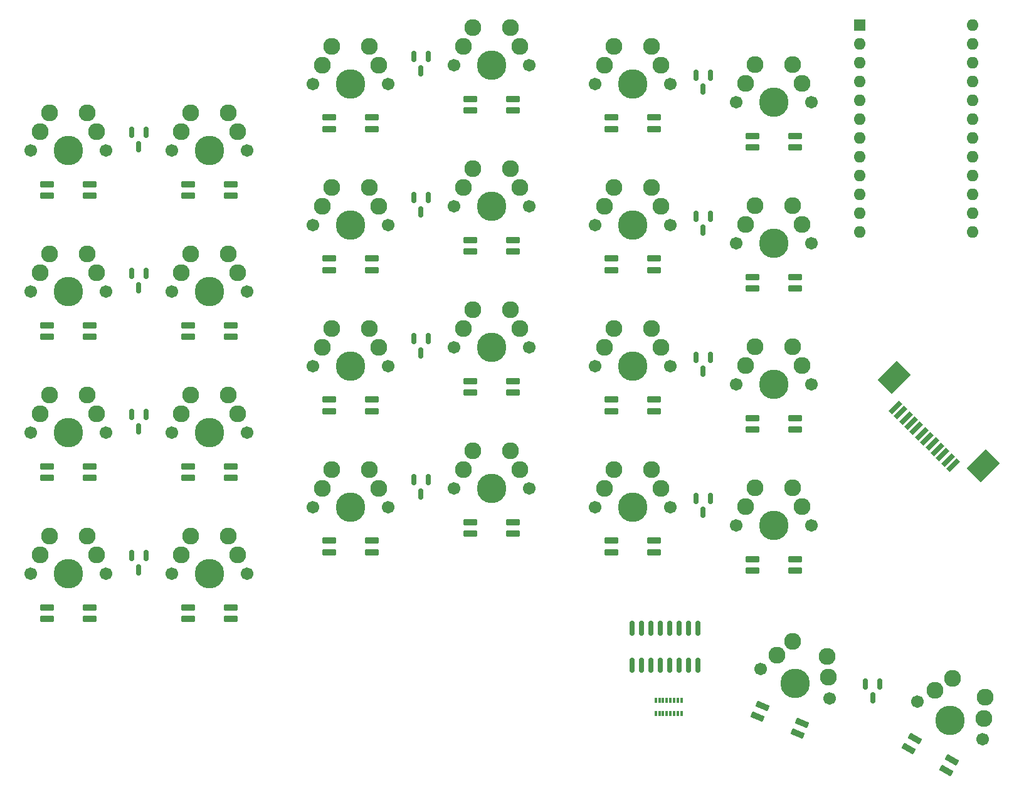
<source format=gbr>
%TF.GenerationSoftware,KiCad,Pcbnew,8.0.8-8.0.8-0~ubuntu22.04.1*%
%TF.CreationDate,2025-02-03T17:59:22-06:00*%
%TF.ProjectId,kbd,6b62642e-6b69-4636-9164-5f7063625858,rev?*%
%TF.SameCoordinates,Original*%
%TF.FileFunction,Soldermask,Top*%
%TF.FilePolarity,Negative*%
%FSLAX46Y46*%
G04 Gerber Fmt 4.6, Leading zero omitted, Abs format (unit mm)*
G04 Created by KiCad (PCBNEW 8.0.8-8.0.8-0~ubuntu22.04.1) date 2025-02-03 17:59:22*
%MOMM*%
%LPD*%
G01*
G04 APERTURE LIST*
G04 Aperture macros list*
%AMRoundRect*
0 Rectangle with rounded corners*
0 $1 Rounding radius*
0 $2 $3 $4 $5 $6 $7 $8 $9 X,Y pos of 4 corners*
0 Add a 4 corners polygon primitive as box body*
4,1,4,$2,$3,$4,$5,$6,$7,$8,$9,$2,$3,0*
0 Add four circle primitives for the rounded corners*
1,1,$1+$1,$2,$3*
1,1,$1+$1,$4,$5*
1,1,$1+$1,$6,$7*
1,1,$1+$1,$8,$9*
0 Add four rect primitives between the rounded corners*
20,1,$1+$1,$2,$3,$4,$5,0*
20,1,$1+$1,$4,$5,$6,$7,0*
20,1,$1+$1,$6,$7,$8,$9,0*
20,1,$1+$1,$8,$9,$2,$3,0*%
%AMRotRect*
0 Rectangle, with rotation*
0 The origin of the aperture is its center*
0 $1 length*
0 $2 width*
0 $3 Rotation angle, in degrees counterclockwise*
0 Add horizontal line*
21,1,$1,$2,0,0,$3*%
G04 Aperture macros list end*
%ADD10RoundRect,0.082000X0.818000X0.328000X-0.818000X0.328000X-0.818000X-0.328000X0.818000X-0.328000X0*%
%ADD11RoundRect,0.082000X-0.818000X-0.328000X0.818000X-0.328000X0.818000X0.328000X-0.818000X0.328000X0*%
%ADD12C,1.701800*%
%ADD13C,3.987800*%
%ADD14C,2.286000*%
%ADD15RoundRect,0.150000X-0.150000X0.850000X-0.150000X-0.850000X0.150000X-0.850000X0.150000X0.850000X0*%
%ADD16RotRect,0.610000X2.000000X135.000000*%
%ADD17RotRect,2.680000X3.600000X135.000000*%
%ADD18R,1.600000X1.600000*%
%ADD19O,1.600000X1.600000*%
%ADD20RoundRect,0.082000X0.872409X-0.124944X-0.544409X0.693056X-0.872409X0.124944X0.544409X-0.693056X0*%
%ADD21R,0.300000X0.800000*%
%ADD22RoundRect,0.082000X0.881133X-0.017692X-0.624813X0.621544X-0.881133X0.017692X0.624813X-0.621544X0*%
%ADD23RoundRect,0.150000X-0.150000X0.587500X-0.150000X-0.587500X0.150000X-0.587500X0.150000X0.587500X0*%
G04 APERTURE END LIST*
D10*
%TO.C,LED35*%
X158150000Y-115160000D03*
X158150000Y-116740000D03*
X152350000Y-116740000D03*
X152350000Y-115160000D03*
%TD*%
D11*
%TO.C,LED01*%
X76150000Y-66090000D03*
X76150000Y-64510000D03*
X81950000Y-64510000D03*
X81950000Y-66090000D03*
%TD*%
D12*
%TO.C,SW04*%
X131120000Y-51000000D03*
D13*
X136200000Y-51000000D03*
D12*
X141280000Y-51000000D03*
D14*
X133660000Y-45920000D03*
X138740000Y-45920000D03*
X132390000Y-48460000D03*
X140010000Y-48460000D03*
%TD*%
D11*
%TO.C,LED04*%
X133300000Y-57090000D03*
X133300000Y-55510000D03*
X139100000Y-55510000D03*
X139100000Y-57090000D03*
%TD*%
D10*
%TO.C,LED30*%
X62900000Y-121660000D03*
X62900000Y-123240000D03*
X57100000Y-123240000D03*
X57100000Y-121660000D03*
%TD*%
D11*
%TO.C,LED20*%
X57100000Y-104189999D03*
X57100000Y-102609999D03*
X62900000Y-102609999D03*
X62900000Y-104189999D03*
%TD*%
D12*
%TO.C,SW05*%
X150170000Y-53500000D03*
D13*
X155250000Y-53500000D03*
D12*
X160330000Y-53500000D03*
D14*
X152710000Y-48420000D03*
X157790000Y-48420000D03*
X151440000Y-50960000D03*
X159060000Y-50960000D03*
%TD*%
D15*
%TO.C,U4*%
X145050000Y-124500000D03*
X143780000Y-124500000D03*
X142510000Y-124500000D03*
X141240000Y-124500000D03*
X139970000Y-124500000D03*
X138700000Y-124500000D03*
X137430000Y-124500000D03*
X136160000Y-124500000D03*
X136160000Y-129500000D03*
X137430000Y-129500000D03*
X138700000Y-129500000D03*
X139970000Y-129500000D03*
X141240000Y-129500000D03*
X142510000Y-129500000D03*
X143780000Y-129500000D03*
X145050000Y-129500000D03*
%TD*%
D12*
%TO.C,SW13*%
X112070000Y-67550000D03*
D13*
X117150000Y-67550000D03*
D12*
X122230000Y-67550000D03*
D14*
X114610000Y-62470000D03*
X119690000Y-62470000D03*
X113340000Y-65010000D03*
X120960000Y-65010000D03*
%TD*%
D12*
%TO.C,SW33*%
X112070000Y-105650000D03*
D13*
X117150000Y-105650000D03*
D12*
X122230000Y-105650000D03*
D14*
X114610000Y-100570000D03*
X119690000Y-100570000D03*
X113340000Y-103110000D03*
X120960000Y-103110000D03*
%TD*%
D16*
%TO.C,J2*%
X179462525Y-102472323D03*
X178755418Y-101765216D03*
X178048312Y-101058109D03*
X177341205Y-100351002D03*
X176634098Y-99643895D03*
X175926991Y-98936789D03*
X175219884Y-98229682D03*
X174512778Y-97522575D03*
X173805671Y-96815468D03*
X173098564Y-96108361D03*
X172391457Y-95401255D03*
X171684350Y-94694148D03*
D17*
X183556673Y-102606673D03*
X171550000Y-90600000D03*
%TD*%
D12*
%TO.C,SW37*%
X174650591Y-134410000D03*
D13*
X179050000Y-136950000D03*
D12*
X183449409Y-139490000D03*
D14*
X179390295Y-131280591D03*
X183789705Y-133820591D03*
X177020443Y-132845295D03*
X183619557Y-136655295D03*
%TD*%
D12*
%TO.C,SW15*%
X150170000Y-72550000D03*
D13*
X155250000Y-72550000D03*
D12*
X160330000Y-72550000D03*
D14*
X152710000Y-67470000D03*
X157790000Y-67470000D03*
X151440000Y-70010000D03*
X159060000Y-70010000D03*
%TD*%
D10*
%TO.C,LED13*%
X120050000Y-72060000D03*
X120050000Y-73640000D03*
X114250000Y-73640000D03*
X114250000Y-72060000D03*
%TD*%
D12*
%TO.C,SW14*%
X131120000Y-70050000D03*
D13*
X136200000Y-70050000D03*
D12*
X141280000Y-70050000D03*
D14*
X133660000Y-64970000D03*
X138740000Y-64970000D03*
X132390000Y-67510000D03*
X140010000Y-67510000D03*
%TD*%
D12*
%TO.C,SW31*%
X73970000Y-117150000D03*
D13*
X79050000Y-117150000D03*
D12*
X84130000Y-117150000D03*
D14*
X76510000Y-112070000D03*
X81590000Y-112070000D03*
X75240000Y-114610000D03*
X82860000Y-114610000D03*
%TD*%
D12*
%TO.C,SW03*%
X112070000Y-48500000D03*
D13*
X117150000Y-48500000D03*
D12*
X122230000Y-48500000D03*
D14*
X114610000Y-43420000D03*
X119690000Y-43420000D03*
X113340000Y-45960000D03*
X120960000Y-45960000D03*
%TD*%
D18*
%TO.C,U1*%
X166875000Y-43025000D03*
D19*
X166875000Y-45565000D03*
X166875000Y-48105000D03*
X166875000Y-50645000D03*
X166875000Y-53185000D03*
X166875000Y-55725000D03*
X166875000Y-58265000D03*
X166875000Y-60805000D03*
X166875000Y-63345000D03*
X166875000Y-65885000D03*
X166875000Y-68425000D03*
X166875000Y-70965000D03*
X182115000Y-70965000D03*
X182115000Y-68425000D03*
X182115000Y-65885000D03*
X182115000Y-63345000D03*
X182115000Y-60805000D03*
X182115000Y-58265000D03*
X182115000Y-55725000D03*
X182115000Y-53185000D03*
X182115000Y-50645000D03*
X182115000Y-48105000D03*
X182115000Y-45565000D03*
X182115000Y-43025000D03*
%TD*%
D10*
%TO.C,LED32*%
X101000000Y-112660000D03*
X101000000Y-114240000D03*
X95200000Y-114240000D03*
X95200000Y-112660000D03*
%TD*%
D11*
%TO.C,LED21*%
X76150000Y-104189999D03*
X76150000Y-102609999D03*
X81950000Y-102609999D03*
X81950000Y-104189999D03*
%TD*%
D12*
%TO.C,SW24*%
X131120000Y-89100000D03*
D13*
X136200000Y-89100000D03*
D12*
X141280000Y-89100000D03*
D14*
X133660000Y-84020000D03*
X138740000Y-84020000D03*
X132390000Y-86560000D03*
X140010000Y-86560000D03*
%TD*%
D20*
%TO.C,LED37*%
X179306474Y-142315840D03*
X178516474Y-143684160D03*
X173493526Y-140784160D03*
X174283526Y-139415840D03*
%TD*%
D12*
%TO.C,SW21*%
X73970000Y-98100000D03*
D13*
X79050000Y-98100000D03*
D12*
X84130000Y-98100000D03*
D14*
X76510000Y-93020000D03*
X81590000Y-93020000D03*
X75240000Y-95560000D03*
X82860000Y-95560000D03*
%TD*%
D11*
%TO.C,LED23*%
X114250000Y-92689999D03*
X114250000Y-91109999D03*
X120050000Y-91109999D03*
X120050000Y-92689999D03*
%TD*%
D21*
%TO.C,RN1*%
X142805000Y-134200000D03*
X142305000Y-134200000D03*
X141805000Y-134200000D03*
X141305000Y-134200000D03*
X140805000Y-134200000D03*
X140305000Y-134200000D03*
X139805000Y-134200000D03*
X139305000Y-134200000D03*
X139305000Y-136000000D03*
X139805000Y-136000000D03*
X140305000Y-136000000D03*
X140805000Y-136000000D03*
X141305000Y-136000000D03*
X141805000Y-136000000D03*
X142305000Y-136000000D03*
X142805000Y-136000000D03*
%TD*%
D12*
%TO.C,SW34*%
X131120000Y-108150000D03*
D13*
X136200000Y-108150000D03*
D12*
X141280000Y-108150000D03*
D14*
X133660000Y-103070000D03*
X138740000Y-103070000D03*
X132390000Y-105610000D03*
X140010000Y-105610000D03*
%TD*%
D10*
%TO.C,LED31*%
X81950000Y-121660000D03*
X81950000Y-123240000D03*
X76150000Y-123240000D03*
X76150000Y-121660000D03*
%TD*%
D12*
%TO.C,SW11*%
X73970000Y-79050000D03*
D13*
X79050000Y-79050000D03*
D12*
X84130000Y-79050000D03*
D14*
X76510000Y-73970000D03*
X81590000Y-73970000D03*
X75240000Y-76510000D03*
X82860000Y-76510000D03*
%TD*%
D11*
%TO.C,LED24*%
X133300000Y-95189999D03*
X133300000Y-93609999D03*
X139100000Y-93609999D03*
X139100000Y-95189999D03*
%TD*%
%TO.C,LED25*%
X152350000Y-97689999D03*
X152350000Y-96109999D03*
X158150000Y-96109999D03*
X158150000Y-97689999D03*
%TD*%
%TO.C,LED03*%
X114250000Y-54590000D03*
X114250000Y-53010000D03*
X120050000Y-53010000D03*
X120050000Y-54590000D03*
%TD*%
D10*
%TO.C,LED33*%
X120050000Y-110160000D03*
X120050000Y-111740000D03*
X114250000Y-111740000D03*
X114250000Y-110160000D03*
%TD*%
D22*
%TO.C,LED36*%
X159048142Y-137243667D03*
X158430786Y-138698065D03*
X153091858Y-136431825D03*
X153709214Y-134977427D03*
%TD*%
D12*
%TO.C,SW30*%
X54920000Y-117150000D03*
D13*
X60000000Y-117150000D03*
D12*
X65080000Y-117150000D03*
D14*
X57460000Y-112070000D03*
X62540000Y-112070000D03*
X56190000Y-114610000D03*
X63810000Y-114610000D03*
%TD*%
D12*
%TO.C,SW00*%
X54920000Y-60000000D03*
D13*
X60000000Y-60000000D03*
D12*
X65080000Y-60000000D03*
D14*
X57460000Y-54920000D03*
X62540000Y-54920000D03*
X56190000Y-57460000D03*
X63810000Y-57460000D03*
%TD*%
D12*
%TO.C,SW35*%
X150170000Y-110650000D03*
D13*
X155250000Y-110650000D03*
D12*
X160330000Y-110650000D03*
D14*
X152710000Y-105570000D03*
X157790000Y-105570000D03*
X151440000Y-108110000D03*
X159060000Y-108110000D03*
%TD*%
D10*
%TO.C,LED14*%
X139100000Y-74560000D03*
X139100000Y-76140000D03*
X133300000Y-76140000D03*
X133300000Y-74560000D03*
%TD*%
D11*
%TO.C,LED22*%
X95200000Y-95189999D03*
X95200000Y-93609999D03*
X101000000Y-93609999D03*
X101000000Y-95189999D03*
%TD*%
D10*
%TO.C,LED10*%
X62900000Y-83560000D03*
X62900000Y-85140000D03*
X57100000Y-85140000D03*
X57100000Y-83560000D03*
%TD*%
D12*
%TO.C,SW23*%
X112070000Y-86600000D03*
D13*
X117150000Y-86600000D03*
D12*
X122230000Y-86600000D03*
D14*
X114610000Y-81520000D03*
X119690000Y-81520000D03*
X113340000Y-84060000D03*
X120960000Y-84060000D03*
%TD*%
D12*
%TO.C,SW20*%
X54920000Y-98100000D03*
D13*
X60000000Y-98100000D03*
D12*
X65080000Y-98100000D03*
D14*
X57460000Y-93020000D03*
X62540000Y-93020000D03*
X56190000Y-95560000D03*
X63810000Y-95560000D03*
%TD*%
D12*
%TO.C,SW12*%
X93020000Y-70050000D03*
D13*
X98100000Y-70050000D03*
D12*
X103180000Y-70050000D03*
D14*
X95560000Y-64970000D03*
X100640000Y-64970000D03*
X94290000Y-67510000D03*
X101910000Y-67510000D03*
%TD*%
D10*
%TO.C,LED12*%
X101000000Y-74560000D03*
X101000000Y-76140000D03*
X95200000Y-76140000D03*
X95200000Y-74560000D03*
%TD*%
D11*
%TO.C,LED02*%
X95200000Y-57090000D03*
X95200000Y-55510000D03*
X101000000Y-55510000D03*
X101000000Y-57090000D03*
%TD*%
D12*
%TO.C,SW02*%
X93020000Y-51000000D03*
D13*
X98100000Y-51000000D03*
D12*
X103180000Y-51000000D03*
D14*
X95560000Y-45920000D03*
X100640000Y-45920000D03*
X94290000Y-48460000D03*
X101910000Y-48460000D03*
%TD*%
D10*
%TO.C,LED34*%
X139100000Y-112660000D03*
X139100000Y-114240000D03*
X133300000Y-114240000D03*
X133300000Y-112660000D03*
%TD*%
D11*
%TO.C,LED00*%
X57100000Y-66090000D03*
X57100000Y-64510000D03*
X62900000Y-64510000D03*
X62900000Y-66090000D03*
%TD*%
D10*
%TO.C,LED15*%
X158150000Y-77060000D03*
X158150000Y-78640000D03*
X152350000Y-78640000D03*
X152350000Y-77060000D03*
%TD*%
%TO.C,LED11*%
X81950000Y-83560000D03*
X81950000Y-85140000D03*
X76150000Y-85140000D03*
X76150000Y-83560000D03*
%TD*%
D12*
%TO.C,SW01*%
X73970000Y-60000000D03*
D13*
X79050000Y-60000000D03*
D12*
X84130000Y-60000000D03*
D14*
X76510000Y-54920000D03*
X81590000Y-54920000D03*
X75240000Y-57460000D03*
X82860000Y-57460000D03*
%TD*%
D12*
%TO.C,SW25*%
X150170000Y-91600000D03*
D13*
X155250000Y-91600000D03*
D12*
X160330000Y-91600000D03*
D14*
X152710000Y-86520000D03*
X157790000Y-86520000D03*
X151440000Y-89060000D03*
X159060000Y-89060000D03*
%TD*%
D11*
%TO.C,LED05*%
X152350000Y-59590000D03*
X152350000Y-58010000D03*
X158150000Y-58010000D03*
X158150000Y-59590000D03*
%TD*%
D12*
%TO.C,SW10*%
X54920000Y-79050000D03*
D13*
X60000000Y-79050000D03*
D12*
X65080000Y-79050000D03*
D14*
X57460000Y-73970000D03*
X62540000Y-73970000D03*
X56190000Y-76510000D03*
X63810000Y-76510000D03*
%TD*%
D12*
%TO.C,SW36*%
X153473835Y-129965086D03*
D13*
X158150000Y-131950000D03*
D12*
X162826165Y-133934914D03*
D14*
X157796832Y-126281378D03*
X162472996Y-128266292D03*
X155635334Y-128123232D03*
X162649581Y-131100603D03*
%TD*%
D12*
%TO.C,SW22*%
X93020000Y-89100000D03*
D13*
X98100000Y-89100000D03*
D12*
X103180000Y-89100000D03*
D14*
X95560000Y-84020000D03*
X100640000Y-84020000D03*
X94290000Y-86560000D03*
X101910000Y-86560000D03*
%TD*%
D12*
%TO.C,SW32*%
X93020000Y-108150000D03*
D13*
X98100000Y-108150000D03*
D12*
X103180000Y-108150000D03*
D14*
X95560000Y-103070000D03*
X100640000Y-103070000D03*
X94290000Y-105610000D03*
X101910000Y-105610000D03*
%TD*%
D23*
%TO.C,D2425*%
X144775000Y-87912500D03*
X146675000Y-87912500D03*
X145725000Y-89787500D03*
%TD*%
%TO.C,D0001*%
X68575000Y-57562500D03*
X70475000Y-57562500D03*
X69525000Y-59437500D03*
%TD*%
%TO.C,D3435*%
X144775000Y-106962500D03*
X146675000Y-106962500D03*
X145725000Y-108837500D03*
%TD*%
%TO.C,D0405*%
X144775000Y-49812500D03*
X146675000Y-49812500D03*
X145725000Y-51687500D03*
%TD*%
%TO.C,D1415*%
X144775000Y-68862500D03*
X146675000Y-68862500D03*
X145725000Y-70737500D03*
%TD*%
%TO.C,D3031*%
X68575000Y-114712500D03*
X70475000Y-114712500D03*
X69525000Y-116587500D03*
%TD*%
%TO.C,D3233*%
X106675000Y-104462500D03*
X108575000Y-104462500D03*
X107625000Y-106337500D03*
%TD*%
%TO.C,D1011*%
X68575000Y-76612500D03*
X70475000Y-76612500D03*
X69525000Y-78487500D03*
%TD*%
%TO.C,D0203*%
X106675000Y-47312500D03*
X108575000Y-47312500D03*
X107625000Y-49187500D03*
%TD*%
%TO.C,D3637*%
X167650000Y-132012500D03*
X169550000Y-132012500D03*
X168600000Y-133887500D03*
%TD*%
%TO.C,D1213*%
X106675000Y-66362500D03*
X108575000Y-66362500D03*
X107625000Y-68237500D03*
%TD*%
%TO.C,D2223*%
X106675000Y-85412500D03*
X108575000Y-85412500D03*
X107625000Y-87287500D03*
%TD*%
%TO.C,D2021*%
X68575000Y-95662500D03*
X70475000Y-95662500D03*
X69525000Y-97537500D03*
%TD*%
M02*

</source>
